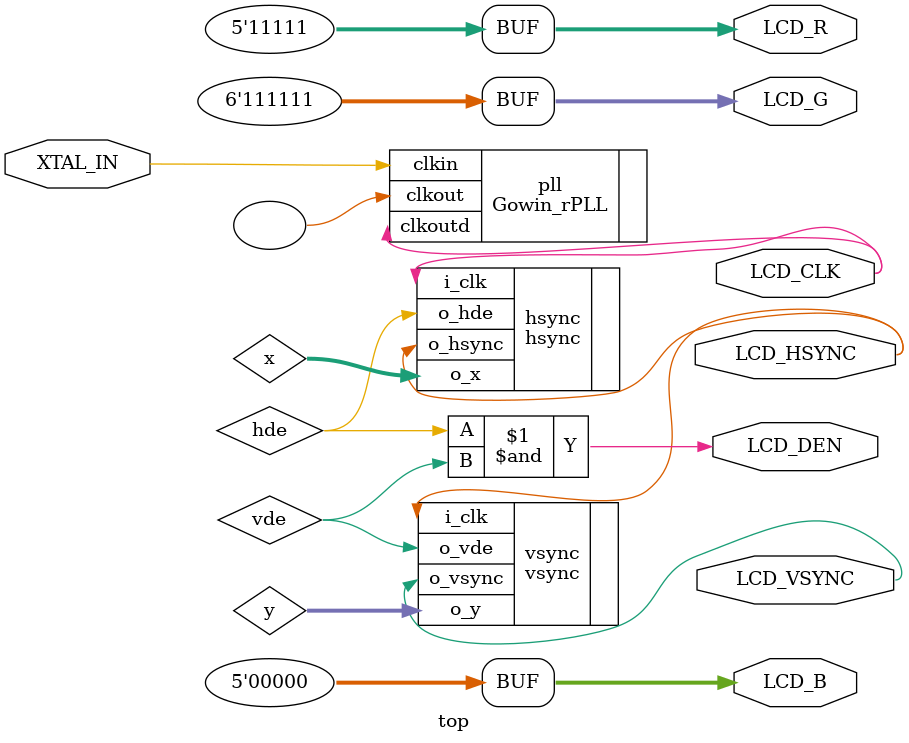
<source format=v>
module top (
    input XTAL_IN,       // 24 MHz
    output [4:0] LCD_R,
    output [5:0] LCD_G,
    output [4:0] LCD_B,
    output LCD_HSYNC,
    output LCD_VSYNC,
    output LCD_CLK,
    output LCD_DEN
);


Gowin_rPLL pll(
    .clkin     (XTAL_IN),      // input clkin 24MHz
    .clkout    (),             // output clkout
    .clkoutd   (LCD_CLK)       // divided output clock
);

wire [8:0] x;
wire [8:0] y;
wire hde;
wire vde;

hsync hsync(
    .i_clk     (LCD_CLK),    // counter clock
    .o_hsync   (LCD_HSYNC),  // horizontal sync pulse
    .o_hde     (hde),        // horizontal signal in active zone
    .o_x       (x)           // x pixel position
);

vsync vsync(
    .i_clk     (LCD_HSYNC),  // counter clock
    .o_vsync   (LCD_VSYNC),  // vertical sync pulse
    .o_vde     (vde),        // vertical signal in active zone
    .o_y       (y)           // y pixel position
);

assign LCD_DEN = hde & vde;

assign LCD_R = 5'b11111;
assign LCD_G = 6'b111111;
assign LCD_B = 5'b00000;


endmodule
</source>
